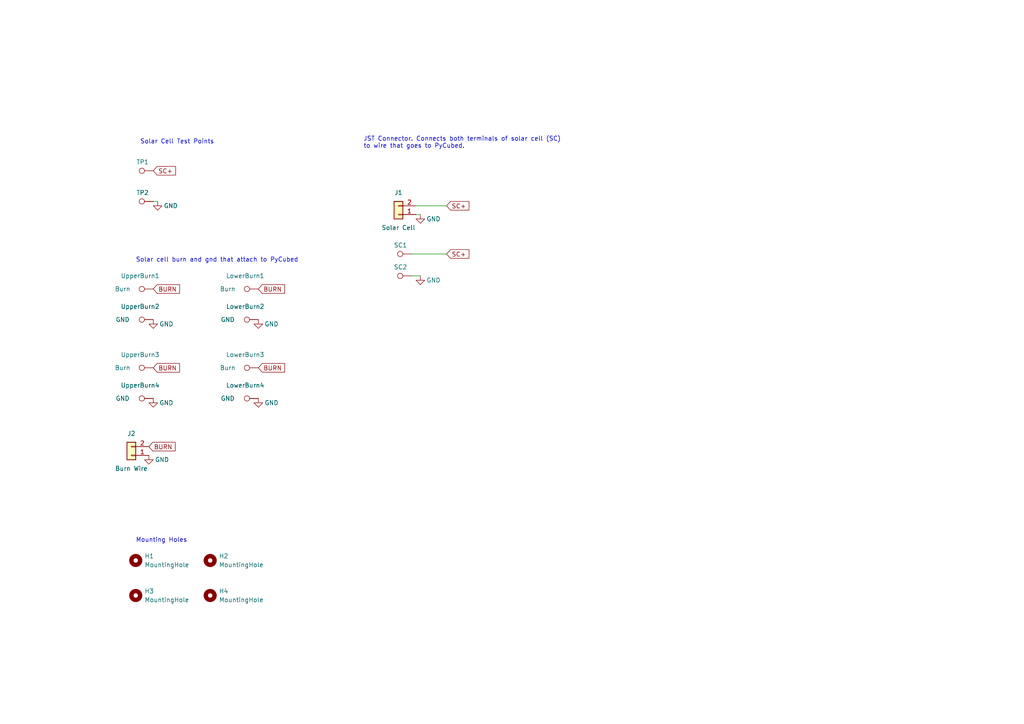
<source format=kicad_sch>
(kicad_sch (version 20211123) (generator eeschema)
  (paper "A4")
  (title_block (title "Solar Cell PCBs ") (date "2022-12-18") (rev "1"))
  (lib_symbols
    (symbol "Connector:TestPoint" (pin_numbers hide) (pin_names (offset 0.762) hide)
      (property "Reference" "TP" (at 0 6.858 0))
      (property "Value" "TestPoint" (at 0 5.08 0))
      (symbol "TestPoint_0_1"
        (circle (center 0 3.302) (radius 0.762))
      )
      (symbol "TestPoint_1_1"
        (pin passive line (at 0 0 90) (length 2.54) (name "1") (number "1"))
      )
    )
    (symbol "Connector_Generic:Conn_01x02" (pin_names (offset 1.016) hide)
      (property "Reference" "J" (at 0 2.54 0))
      (property "Value" "Conn_01x02" (at 0 -5.08 0))
      (symbol "Conn_01x02_1_1"
        (rectangle (start -1.27 -2.413) (end 0 -2.667) (stroke (width 0.1524)))
        (rectangle (start -1.27 0.127) (end 0 -0.127) (stroke (width 0.1524)))
        (rectangle (start -1.27 1.27) (end 1.27 -3.81) (stroke (width 0.254)) (fill (type background)))
        (pin passive line (at -5.08 0 0) (length 3.81) (name "Pin_1") (number "1"))
        (pin passive line (at -5.08 -2.54 0) (length 3.81) (name "Pin_2") (number "2"))
      )
    )
    (symbol "Mechanical:MountingHole" (pin_names (offset 1.016))
      (property "Reference" "H" (at 0 5.08 0))
      (property "Value" "MountingHole" (at 0 3.175 0))
      (symbol "MountingHole_0_1"
        (circle (center 0 0) (radius 1.27) (stroke (width 1.27)))
      )
    )
    (symbol "power:GND" (power) (pin_names (offset 0))
      (property "Value" "GND" (at 0 -3.81 0))
      (symbol "GND_0_1"
        (polyline (pts (xy 0 0) (xy 0 -1.27) (xy 1.27 -1.27) (xy 0 -2.54) (xy -1.27 -1.27) (xy 0 -1.27)))
      )
      (symbol "GND_1_1"
        (pin power_in line (at 0 0 270) (length 0) hide (name "GND") (number "1"))
      )
    )
  )
  (wire (pts (xy 121.92 62.23) (xy 120.65 62.23)))
  (wire (pts (xy 45.72 58.42) (xy 44.45 58.42)))
  (wire (pts (xy 129.54 73.66) (xy 119.38 73.66)))
  (wire (pts (xy 121.92 80.01) (xy 119.38 80.01)))
  (wire (pts (xy 129.54 59.69) (xy 120.65 59.69)))
  (text "Solar cell burn and gnd that attach to PyCubed\n" (at 39.37 76.2 0) (effects (font (size 1.27 1.27)) (justify left bottom)))
  (text "Solar Cell Test Points" (at 40.64 41.91 0) (effects (font (size 1.27 1.27)) (justify left bottom)))
  (text "Mounting Holes" (at 39.37 157.48 0) (effects (font (size 1.27 1.27)) (justify left bottom)))
  (text "JST Connector. Connects both terminals of solar cell (SC)\nto wire that goes to PyCubed." (at 105.41 43.18 0) (effects (font (size 1.27 1.27)) (justify left bottom)))
  (global_label "BURN" (shape input) (at 44.45 83.82 0) (property "Intersheet References" "${INTERSHEET_REFS}" (effects hide)))
  (global_label "SC+" (shape input) (at 129.54 59.69 0) (property "Intersheet References" "${INTERSHEET_REFS}" (effects hide)))
  (global_label "BURN" (shape input) (at 44.45 106.68 0) (property "Intersheet References" "${INTERSHEET_REFS}" (effects hide)))
  (global_label "SC+" (shape input) (at 129.54 73.66 0) (property "Intersheet References" "${INTERSHEET_REFS}" (effects hide)))
  (global_label "BURN" (shape input) (at 74.93 83.82 0) (property "Intersheet References" "${INTERSHEET_REFS}" (effects hide)))
  (global_label "SC+" (shape input) (at 44.45 49.53 0) (property "Intersheet References" "${INTERSHEET_REFS}" (effects hide)))
  (global_label "BURN" (shape input) (at 74.93 106.68 0) (property "Intersheet References" "${INTERSHEET_REFS}" (effects hide)))
  (global_label "BURN" (shape input) (at 43.18 129.54 0) (property "Intersheet References" "${INTERSHEET_REFS}" (effects hide)))
  (symbol (lib_id "Connector:TestPoint") (at 74.93 106.68 90) (unit 1)
    (property "Reference" "LowerBurn3" (at 71.12 102.87 90))
    (property "Value" "Burn" (at 66.04 106.68 90))
    (property "Footprint" "TestPoint:TestPoint_THTPad_2.0x2.0mm_Drill1.0mm" (effects hide))
  )
  (symbol (lib_id "Mechanical:MountingHole") (at 60.96 162.56 0) (unit 1)
    (property "Reference" "H2" (at 63.5 161.2899 0) (effects (justify left)))
    (property "Value" "MountingHole" (at 63.5 163.8299 0) (effects (justify left)))
    (property "Footprint" "MountingHole:MountingHole_3.2mm_M3_DIN965_Pad" (effects hide))
  )
  (symbol (lib_id "Connector:TestPoint") (at 44.45 115.57 90) (unit 1)
    (property "Reference" "UpperBurn4" (at 40.64 111.76 90))
    (property "Value" "GND" (at 35.56 115.57 90))
    (property "Footprint" "TestPoint:TestPoint_THTPad_2.0x2.0mm_Drill1.0mm" (effects hide))
  )
  (symbol (lib_id "power:GND") (at 44.45 92.71 0) (unit 1)
    (property "Reference" "#PWR0101" (effects hide))
    (property "Value" "GND" (at 48.26 93.98 0))
  )
  (symbol (lib_id "Mechanical:MountingHole") (at 60.96 172.72 0) (unit 1)
    (property "Reference" "H4" (at 63.5 171.4499 0) (effects (justify left)))
    (property "Value" "MountingHole" (at 63.5 173.9899 0) (effects (justify left)))
    (property "Footprint" "MountingHole:MountingHole_3.2mm_M3_DIN965_Pad" (effects hide))
  )
  (symbol (lib_id "Connector:TestPoint") (at 74.93 115.57 90) (unit 1)
    (property "Reference" "LowerBurn4" (at 71.12 111.76 90))
    (property "Value" "GND" (at 66.04 115.57 90))
    (property "Footprint" "TestPoint:TestPoint_THTPad_2.0x2.0mm_Drill1.0mm" (effects hide))
  )
  (symbol (lib_id "power:GND") (at 43.18 132.08 0) (unit 1)
    (property "Reference" "#PWR0102" (effects hide))
    (property "Value" "GND" (at 46.99 133.35 0))
  )
  (symbol (lib_id "Connector_Generic:Conn_01x02") (at 38.1 132.08 180) (unit 1)
    (property "Reference" "J2" (at 38.1 125.73 0))
    (property "Value" "Burn Wire" (at 38.1 135.89 0))
    (property "Footprint" "Molex_PicoLock_2p_2mm_2053380002:2053380002" (effects hide))
  )
  (symbol (lib_id "power:GND") (at 121.92 80.01 0) (unit 1)
    (property "Reference" "#PWR?" (effects hide))
    (property "Value" "GND" (at 125.73 81.28 0))
  )
  (symbol (lib_id "Mechanical:MountingHole") (at 39.37 172.72 0) (unit 1)
    (property "Reference" "H3" (at 41.91 171.4499 0) (effects (justify left)))
    (property "Value" "MountingHole" (at 41.91 173.9899 0) (effects (justify left)))
    (property "Footprint" "MountingHole:MountingHole_3.2mm_M3_DIN965_Pad" (effects hide))
  )
  (symbol (lib_id "Connector:TestPoint") (at 119.38 80.01 90) (unit 1)
    (property "Reference" "SC2" (at 118.11 77.47 90) (effects (justify left)))
    (property "Value" "SC-" (effects hide))
    (property "Footprint" "TestPoint:TestPoint_THTPad_D3.0mm_Drill1.5mm" (effects hide))
  )
  (symbol (lib_id "Connector:TestPoint") (at 44.45 58.42 90) (unit 1)
    (property "Reference" "TP2" (at 43.18 55.88 90) (effects (justify left)))
    (property "Value" "SC-" (effects hide))
    (property "Footprint" "TestPoint:TestPoint_Loop_D1.80mm_Drill1.0mm_Beaded" (effects hide))
    (property "DNP" "DNP" (effects hide))
  )
  (symbol (lib_id "power:GND") (at 44.45 115.57 0) (unit 1)
    (property "Reference" "#PWR0104" (effects hide))
    (property "Value" "GND" (at 48.26 116.84 0))
  )
  (symbol (lib_id "Connector:TestPoint") (at 44.45 83.82 90) (unit 1)
    (property "Reference" "UpperBurn1" (at 40.64 80.01 90))
    (property "Value" "Burn" (at 35.56 83.82 90))
    (property "Footprint" "TestPoint:TestPoint_THTPad_2.0x2.0mm_Drill1.0mm" (effects hide))
  )
  (symbol (lib_id "power:GND") (at 74.93 92.71 0) (unit 1)
    (property "Reference" "#PWR0103" (effects hide))
    (property "Value" "GND" (at 78.74 93.98 0))
  )
  (symbol (lib_id "power:GND") (at 121.92 62.23 0) (unit 1)
    (property "Reference" "#PWR?" (effects hide))
    (property "Value" "GND" (at 125.73 63.5 0))
  )
  (symbol (lib_id "Connector:TestPoint") (at 44.45 106.68 90) (unit 1)
    (property "Reference" "UpperBurn3" (at 40.64 102.87 90))
    (property "Value" "Burn" (at 35.56 106.68 90))
    (property "Footprint" "TestPoint:TestPoint_THTPad_2.0x2.0mm_Drill1.0mm" (effects hide))
  )
  (symbol (lib_id "Connector_Generic:Conn_01x02") (at 115.57 62.23 180) (unit 1)
    (property "Reference" "J1" (at 115.57 55.88 0))
    (property "Value" "Solar Cell" (at 115.57 66.04 0))
    (property "Footprint" "Molex_PicoLock_2p_2mm_2053380002:2053380002" (effects hide))
  )
  (symbol (lib_id "power:GND") (at 45.72 58.42 0) (unit 1)
    (property "Reference" "#PWR?" (effects hide))
    (property "Value" "GND" (at 49.53 59.69 0))
  )
  (symbol (lib_id "Connector:TestPoint") (at 44.45 49.53 90) (unit 1)
    (property "Reference" "TP1" (at 43.18 46.99 90) (effects (justify left)))
    (property "Value" "SC+" (effects hide))
    (property "Footprint" "TestPoint:TestPoint_Loop_D1.80mm_Drill1.0mm_Beaded" (effects hide))
    (property "DNP" "DNP" (effects hide))
  )
  (symbol (lib_id "power:GND") (at 74.93 115.57 0) (unit 1)
    (property "Reference" "#PWR0105" (effects hide))
    (property "Value" "GND" (at 78.74 116.84 0))
  )
  (symbol (lib_id "Connector:TestPoint") (at 74.93 83.82 90) (unit 1)
    (property "Reference" "LowerBurn1" (at 71.12 80.01 90))
    (property "Value" "Burn" (at 66.04 83.82 90))
    (property "Footprint" "TestPoint:TestPoint_THTPad_2.0x2.0mm_Drill1.0mm" (effects hide))
  )
  (symbol (lib_id "Mechanical:MountingHole") (at 39.37 162.56 0) (unit 1)
    (property "Reference" "H1" (at 41.91 161.2899 0) (effects (justify left)))
    (property "Value" "MountingHole" (at 41.91 163.8299 0) (effects (justify left)))
    (property "Footprint" "MountingHole:MountingHole_3.2mm_M3_DIN965_Pad" (effects hide))
  )
  (symbol (lib_id "Connector:TestPoint") (at 119.38 73.66 90) (unit 1)
    (property "Reference" "SC1" (at 118.11 71.12 90) (effects (justify left)))
    (property "Value" "SC+" (effects hide))
    (property "Footprint" "TestPoint:TestPoint_THTPad_D3.0mm_Drill1.5mm" (effects hide))
  )
  (symbol (lib_id "Connector:TestPoint") (at 74.93 92.71 90) (unit 1)
    (property "Reference" "LowerBurn2" (at 71.12 88.9 90))
    (property "Value" "GND" (at 66.04 92.71 90))
    (property "Footprint" "TestPoint:TestPoint_THTPad_2.0x2.0mm_Drill1.0mm" (effects hide))
  )
  (symbol (lib_id "Connector:TestPoint") (at 44.45 92.71 90) (unit 1)
    (property "Reference" "UpperBurn2" (at 40.64 88.9 90))
    (property "Value" "GND" (at 35.56 92.71 90))
    (property "Footprint" "TestPoint:TestPoint_THTPad_2.0x2.0mm_Drill1.0mm" (effects hide))
  )
)
</source>
